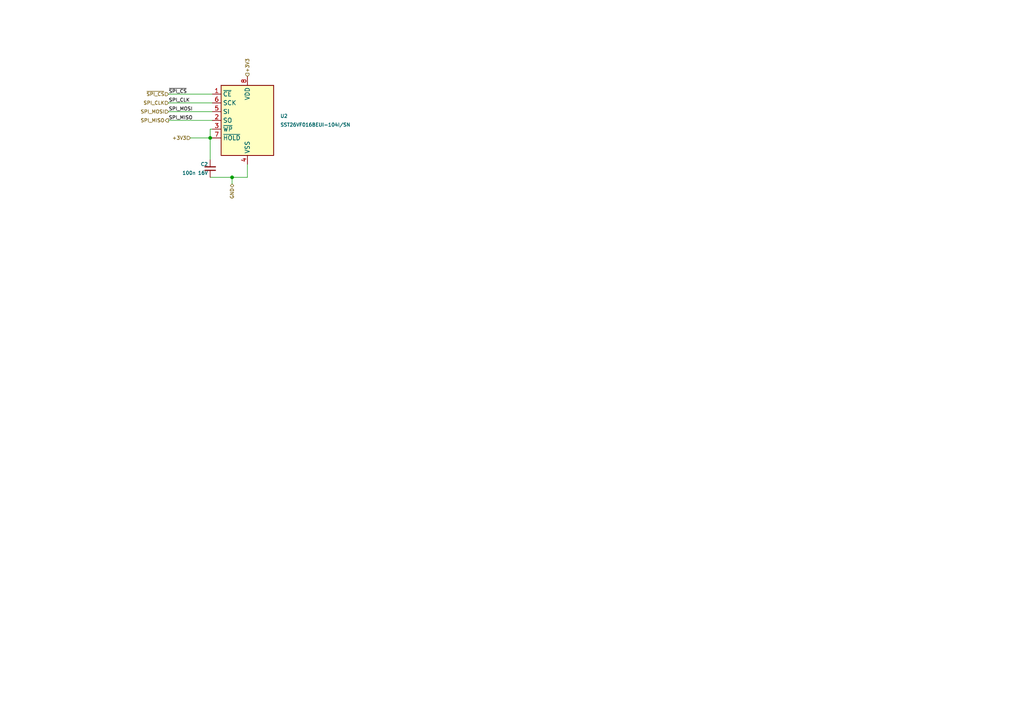
<source format=kicad_sch>
(kicad_sch (version 20230121) (generator eeschema)

  (uuid b30bae30-a809-4471-982b-3291b629c938)

  (paper "A4")

  (lib_symbols
    (symbol "#IC:Microchip Technology SST26VF016BEUI-104I/SN" (in_bom yes) (on_board yes)
      (property "Reference" "U" (at -6.35 11.43 0)
        (effects (font (size 1.27 1.27)))
      )
      (property "Value" "SST26VF016BEUI-104I/SN" (at 13.97 11.43 0)
        (effects (font (size 1.27 1.27)))
      )
      (property "Footprint" "Package_SO:SOIC-8_3.9x4.9mm_P1.27mm" (at 0 -17.78 0)
        (effects (font (size 1.27 1.27)) hide)
      )
      (property "Datasheet" "${KIPRJMOD}/KiCad-Lib/#IC.doc/Microchip Technology SST26VF016BEUI-104ISN.pdf" (at 0 -22.86 0)
        (effects (font (size 1.27 1.27)) hide)
      )
      (property "Description" "NOR-Flash 16Mbit SPI/SQI Flash w/EUI, 85C, 2.3V-3.6V" (at 0 -27.94 0)
        (effects (font (size 1.27 1.27)) hide)
      )
      (property "Manufacturer" "Microchip Tech" (at 0 -30.48 0)
        (effects (font (size 1.27 1.27)) hide)
      )
      (property "Partnumber" "SST26VF016BEUI-104I/SN" (at 0 -25.4 0)
        (effects (font (size 1.27 1.27)) hide)
      )
      (property "JLCPCB Part #" "C631791" (at 0 -20.32 0) (show_name)
        (effects (font (size 1.27 1.27)) hide)
      )
      (property "isBasicPart" "NO" (at 0 -33.02 0) (show_name)
        (effects (font (size 1.27 1.27)) hide)
      )
      (property "ki_keywords" "flash memory spi EUI" (at 0 0 0)
        (effects (font (size 1.27 1.27)) hide)
      )
      (property "ki_description" "NOR-Flash 16Mbit SPI/SQI Flash w/EUI, 85C, 2.3V-3.6V" (at 0 0 0)
        (effects (font (size 1.27 1.27)) hide)
      )
      (property "ki_fp_filters" "SOIC*5.275x5.275mm*P1.27mm*" (at 0 0 0)
        (effects (font (size 1.27 1.27)) hide)
      )
      (symbol "Microchip Technology SST26VF016BEUI-104I/SN_0_1"
        (rectangle (start -7.62 10.16) (end 7.62 -10.16)
          (stroke (width 0.254) (type default))
          (fill (type background))
        )
      )
      (symbol "Microchip Technology SST26VF016BEUI-104I/SN_1_1"
        (pin input line (at -10.16 7.62 0) (length 2.54)
          (name "~{CE}" (effects (font (size 1.27 1.27))))
          (number "1" (effects (font (size 1.27 1.27))))
        )
        (pin output line (at -10.16 0 0) (length 2.54)
          (name "SO" (effects (font (size 1.27 1.27))))
          (number "2" (effects (font (size 1.27 1.27))))
        )
        (pin input line (at -10.16 -2.54 0) (length 2.54)
          (name "~{WP}" (effects (font (size 1.27 1.27))))
          (number "3" (effects (font (size 1.27 1.27))))
        )
        (pin power_in line (at 0 -12.7 90) (length 2.54)
          (name "VSS" (effects (font (size 1.27 1.27))))
          (number "4" (effects (font (size 1.27 1.27))))
        )
        (pin input line (at -10.16 2.54 0) (length 2.54)
          (name "SI" (effects (font (size 1.27 1.27))))
          (number "5" (effects (font (size 1.27 1.27))))
        )
        (pin input line (at -10.16 5.08 0) (length 2.54)
          (name "SCK" (effects (font (size 1.27 1.27))))
          (number "6" (effects (font (size 1.27 1.27))))
        )
        (pin input line (at -10.16 -5.08 0) (length 2.54)
          (name "~{HOLD}" (effects (font (size 1.27 1.27))))
          (number "7" (effects (font (size 1.27 1.27))))
        )
        (pin power_in line (at 0 12.7 270) (length 2.54)
          (name "VDD" (effects (font (size 1.27 1.27))))
          (number "8" (effects (font (size 1.27 1.27))))
        )
      )
    )
    (symbol "Device:C_Small" (pin_numbers hide) (pin_names (offset 0.254) hide) (in_bom yes) (on_board yes)
      (property "Reference" "C" (at 0.254 1.778 0)
        (effects (font (size 1.27 1.27)) (justify left))
      )
      (property "Value" "C_Small" (at 0.254 -2.032 0)
        (effects (font (size 1.27 1.27)) (justify left))
      )
      (property "Footprint" "" (at 0 0 0)
        (effects (font (size 1.27 1.27)) hide)
      )
      (property "Datasheet" "~" (at 0 0 0)
        (effects (font (size 1.27 1.27)) hide)
      )
      (property "ki_keywords" "capacitor cap" (at 0 0 0)
        (effects (font (size 1.27 1.27)) hide)
      )
      (property "ki_description" "Unpolarized capacitor, small symbol" (at 0 0 0)
        (effects (font (size 1.27 1.27)) hide)
      )
      (property "ki_fp_filters" "C_*" (at 0 0 0)
        (effects (font (size 1.27 1.27)) hide)
      )
      (symbol "C_Small_0_1"
        (polyline
          (pts
            (xy -1.524 -0.508)
            (xy 1.524 -0.508)
          )
          (stroke (width 0.3302) (type default))
          (fill (type none))
        )
        (polyline
          (pts
            (xy -1.524 0.508)
            (xy 1.524 0.508)
          )
          (stroke (width 0.3048) (type default))
          (fill (type none))
        )
      )
      (symbol "C_Small_1_1"
        (pin passive line (at 0 2.54 270) (length 2.032)
          (name "~" (effects (font (size 1.27 1.27))))
          (number "1" (effects (font (size 1.27 1.27))))
        )
        (pin passive line (at 0 -2.54 90) (length 2.032)
          (name "~" (effects (font (size 1.27 1.27))))
          (number "2" (effects (font (size 1.27 1.27))))
        )
      )
    )
  )

  (junction (at 67.31 51.435) (diameter 0) (color 0 0 0 0)
    (uuid 055036d0-9616-4891-aaa8-0693bc5d94c5)
  )
  (junction (at 60.96 40.005) (diameter 0) (color 0 0 0 0)
    (uuid 20a34b51-2759-4760-8813-421adcfb63ae)
  )

  (wire (pts (xy 67.31 51.435) (xy 67.31 53.34))
    (stroke (width 0) (type default))
    (uuid 29f3542a-1110-4dbd-97e4-dd5d06139766)
  )
  (wire (pts (xy 71.755 51.435) (xy 71.755 47.625))
    (stroke (width 0) (type default))
    (uuid 2fdba1fd-766a-4adf-8a5c-75f0a14fe253)
  )
  (wire (pts (xy 48.895 34.925) (xy 61.595 34.925))
    (stroke (width 0) (type default))
    (uuid 33d76e6a-0fde-4cb0-9139-a2b606a0d9c3)
  )
  (wire (pts (xy 71.755 51.435) (xy 67.31 51.435))
    (stroke (width 0) (type default))
    (uuid 4133950e-0539-489c-991e-8c55a718a07f)
  )
  (wire (pts (xy 48.895 27.305) (xy 61.595 27.305))
    (stroke (width 0) (type default))
    (uuid 4b52ecf5-34d8-4177-815f-dd33f535245d)
  )
  (wire (pts (xy 60.96 37.465) (xy 60.96 40.005))
    (stroke (width 0) (type default))
    (uuid 819b90b9-1bb1-4041-b1c1-564324d284b7)
  )
  (wire (pts (xy 48.895 32.385) (xy 61.595 32.385))
    (stroke (width 0) (type default))
    (uuid 8df1fda6-632f-411a-a6ec-1a33a7b5745a)
  )
  (wire (pts (xy 55.245 40.005) (xy 60.96 40.005))
    (stroke (width 0) (type default))
    (uuid 9f1b96af-bfc1-4c7b-b696-d747d041aa03)
  )
  (wire (pts (xy 61.595 40.005) (xy 60.96 40.005))
    (stroke (width 0) (type default))
    (uuid ab24c7cd-7215-40c0-9567-152313738342)
  )
  (wire (pts (xy 48.895 29.845) (xy 61.595 29.845))
    (stroke (width 0) (type default))
    (uuid b2ac0856-8b25-4b84-ba7a-e82eb296f35d)
  )
  (wire (pts (xy 60.96 51.435) (xy 67.31 51.435))
    (stroke (width 0) (type default))
    (uuid b4b6946e-dd1e-4123-931d-a1d1a0313b4b)
  )
  (wire (pts (xy 60.96 37.465) (xy 61.595 37.465))
    (stroke (width 0) (type default))
    (uuid c5865883-1350-4c47-a6a9-919cb77b02bf)
  )
  (wire (pts (xy 60.96 40.005) (xy 60.96 46.355))
    (stroke (width 0) (type default))
    (uuid d412478a-3235-41d9-af46-a614f9f18787)
  )

  (label "SPI_MISO" (at 48.895 34.925 0) (fields_autoplaced)
    (effects (font (size 1 1)) (justify left bottom))
    (uuid 81f5c916-8938-4c7e-b4a8-064c495a29c7)
  )
  (label "SPI_MOSI" (at 48.895 32.385 0) (fields_autoplaced)
    (effects (font (size 1 1)) (justify left bottom))
    (uuid aca4a1b7-3bef-446d-ad4f-f9a98946c041)
  )
  (label "SPI_CLK" (at 48.895 29.845 0) (fields_autoplaced)
    (effects (font (size 1 1)) (justify left bottom))
    (uuid bd08ff09-8f74-4b90-93d1-d992be6cd46c)
  )
  (label "~{SPI_CS}" (at 48.895 27.305 0) (fields_autoplaced)
    (effects (font (size 1 1)) (justify left bottom))
    (uuid e44e160c-3de2-4d87-93c6-edc47266ee9d)
  )

  (hierarchical_label "SPI_MISO" (shape output) (at 48.895 34.925 180) (fields_autoplaced)
    (effects (font (size 1 1)) (justify right))
    (uuid 1080118e-75e1-4583-aeb6-df54bd1ce827)
  )
  (hierarchical_label "+3V3" (shape input) (at 55.245 40.005 180) (fields_autoplaced)
    (effects (font (size 1 1)) (justify right))
    (uuid 1dfa3b7f-1b5e-4420-9967-a24af3ae2c56)
  )
  (hierarchical_label "GND" (shape bidirectional) (at 67.31 53.34 270) (fields_autoplaced)
    (effects (font (size 1 1)) (justify right))
    (uuid 4c9c83c9-aab5-43f2-beea-2d9a4d055a6f)
  )
  (hierarchical_label "+3V3" (shape input) (at 71.755 22.225 90) (fields_autoplaced)
    (effects (font (size 1 1)) (justify left))
    (uuid 50658b25-e4a1-45ba-b6cb-816459ace546)
  )
  (hierarchical_label "~{SPI_CS}" (shape input) (at 48.895 27.305 180) (fields_autoplaced)
    (effects (font (size 1 1)) (justify right))
    (uuid 53f2970c-aaab-491b-b5c6-080fdfde96a1)
  )
  (hierarchical_label "SPI_CLK" (shape input) (at 48.895 29.845 180) (fields_autoplaced)
    (effects (font (size 1 1)) (justify right))
    (uuid 75255760-55b7-4c2c-979e-14fed67b7596)
  )
  (hierarchical_label "SPI_MOSI" (shape input) (at 48.895 32.385 180) (fields_autoplaced)
    (effects (font (size 1 1)) (justify right))
    (uuid f7ee03b8-1df9-4074-a480-4dbed80882f7)
  )

  (symbol (lib_id "#IC:Microchip Technology SST26VF016BEUI-104I/SN") (at 71.755 34.925 0) (unit 1)
    (in_bom no) (on_board yes) (dnp no) (fields_autoplaced)
    (uuid 466660bb-16d9-4259-a5b5-4f2421487b58)
    (property "Reference" "U2" (at 81.28 33.6549 0)
      (effects (font (size 1 1)) (justify left))
    )
    (property "Value" "SST26VF016BEUI-104I/SN" (at 81.28 36.1949 0)
      (effects (font (size 1 1)) (justify left))
    )
    (property "Footprint" "Package_SO:SOIC-8_3.9x4.9mm_P1.27mm" (at 71.755 52.705 0)
      (effects (font (size 1.27 1.27)) hide)
    )
    (property "Datasheet" "${KIPRJMOD}/KiCad-Lib/#IC.doc/Microchip Technology SST26VF016BEUI-104ISN.pdf" (at 71.755 57.785 0)
      (effects (font (size 1.27 1.27)) hide)
    )
    (property "Description" "NOR-Flash 16Mbit SPI/SQI Flash w/EUI, 85C, 2.3V-3.6V" (at 71.755 62.865 0)
      (effects (font (size 1.27 1.27)) hide)
    )
    (property "Manufacturer" "Microchip Tech" (at 71.755 65.405 0)
      (effects (font (size 1.27 1.27)) hide)
    )
    (property "Partnumber" "SST26VF016BEUI-104I/SN" (at 71.755 60.325 0)
      (effects (font (size 1.27 1.27)) hide)
    )
    (property "JLCPCB Part #" "C631791" (at 71.755 55.245 0) (show_name)
      (effects (font (size 1.27 1.27)) hide)
    )
    (property "isBasicPart" "NO" (at 71.755 67.945 0) (show_name)
      (effects (font (size 1.27 1.27)) hide)
    )
    (property "Description" "NOR-Flash 16Mbit SPI/SQI Flash w/EUI, 85C, 2.3V-3.6V" (at 71.755 62.865 0)
      (effects (font (size 1.27 1.27)) hide)
    )
    (property "Manufacturer" "Microchip Tech" (at 71.755 65.405 0)
      (effects (font (size 1.27 1.27)) hide)
    )
    (property "Partnumber" "SST26VF016BEUI-104I/SN" (at 71.755 60.325 0)
      (effects (font (size 1.27 1.27)) hide)
    )
    (property "JLCPCB Part #" "C631791" (at 71.755 55.245 0) (show_name)
      (effects (font (size 1.27 1.27)) hide)
    )
    (property "isBasicPart" "NO" (at 71.755 67.945 0) (show_name)
      (effects (font (size 1.27 1.27)) hide)
    )
    (pin "1" (uuid c045e78d-faa9-4d16-9d09-f51720c616de))
    (pin "2" (uuid 928533ff-32ab-49dc-81b2-50173eda57da))
    (pin "3" (uuid b583f351-5e1d-479f-ba9f-61d2f3f8bcc0))
    (pin "4" (uuid a495377c-579a-4685-92a2-9f195d21c05c))
    (pin "5" (uuid 96e6cb16-f8a5-4d48-9bd7-e3bb26e8e097))
    (pin "6" (uuid c8c6dfe4-c89b-4c91-bdc6-682fed018fd7))
    (pin "7" (uuid 33150f71-3cbf-4ef3-b353-6e65d0ad5965))
    (pin "8" (uuid e69fdef4-0cf0-40e6-ae12-6e029100a569))
    (instances
      (project "stm32f1_nano"
        (path "/0d35483a-0b12-46cc-b9f2-896fd6831779"
          (reference "U2") (unit 1)
        )
      )
      (project "stm32f4_uno"
        (path "/e63e39d7-6ac0-4ffd-8aa3-1841a4541b55"
          (reference "U101") (unit 1)
        )
        (path "/e63e39d7-6ac0-4ffd-8aa3-1841a4541b55/0d09f1c5-80ef-4ecd-bc99-7e5b757caf07"
          (reference "U301") (unit 1)
        )
      )
    )
  )

  (symbol (lib_id "Device:C_Small") (at 60.96 48.895 180) (unit 1)
    (in_bom yes) (on_board yes) (dnp no)
    (uuid a09de2e5-e921-46b7-bdcf-03fb506aee72)
    (property "Reference" "C2" (at 60.325 47.625 0)
      (effects (font (size 1 1)) (justify left))
    )
    (property "Value" "100n 16V" (at 60.325 50.165 0)
      (effects (font (size 1 1)) (justify left))
    )
    (property "Footprint" "Capacitor_SMD:C_0402_1005Metric" (at 60.96 48.895 0)
      (effects (font (size 1 1)) hide)
    )
    (property "Datasheet" "~" (at 60.96 48.895 0)
      (effects (font (size 1 1)) hide)
    )
    (property "Description" "16V 100nF X7R ±10% 0402  Multilayer Ceramic Capacitors MLCC - SMD/SMT ROHS" (at 60.96 48.895 0)
      (effects (font (size 1 1)) hide)
    )
    (property "JLCPCB Part #" "C1525" (at 60.96 48.895 0)
      (effects (font (size 1 1)) hide)
    )
    (property "Manufacturer" "Samsung Electro-Mechanics" (at 60.96 48.895 0)
      (effects (font (size 1 1)) hide)
    )
    (property "Partnumber" "CL05B104KO5NNNC" (at 60.96 48.895 0)
      (effects (font (size 1 1)) hide)
    )
    (property "isBasicPart" "YES" (at 60.96 48.895 0)
      (effects (font (size 1 1)) hide)
    )
    (pin "1" (uuid 7e06d28e-804e-4f4d-b4b9-3ce897d37cec))
    (pin "2" (uuid 189257f8-4ad0-45f9-a9e8-1f04b21e7330))
    (instances
      (project "stm32f1_nano"
        (path "/0d35483a-0b12-46cc-b9f2-896fd6831779"
          (reference "C2") (unit 1)
        )
      )
      (project "stm32f407vg"
        (path "/2d452db2-a0cd-4a57-9497-df1dd0591a30"
          (reference "C129") (unit 1)
        )
        (path "/2d452db2-a0cd-4a57-9497-df1dd0591a30/cb9cd892-4fab-4f54-9695-d8ba54556bb0"
          (reference "C249") (unit 1)
        )
        (path "/2d452db2-a0cd-4a57-9497-df1dd0591a30/480569e0-5dbc-4314-a9d6-1dbd834f5833"
          (reference "C503") (unit 1)
        )
      )
      (project "basicparts"
        (path "/43a31acf-2604-4bbd-9556-e633c3dff6c4"
          (reference "C105") (unit 1)
        )
      )
      (project "stm32f4_uno"
        (path "/e63e39d7-6ac0-4ffd-8aa3-1841a4541b55/0d09f1c5-80ef-4ecd-bc99-7e5b757caf07"
          (reference "C301") (unit 1)
        )
      )
    )
  )
)

</source>
